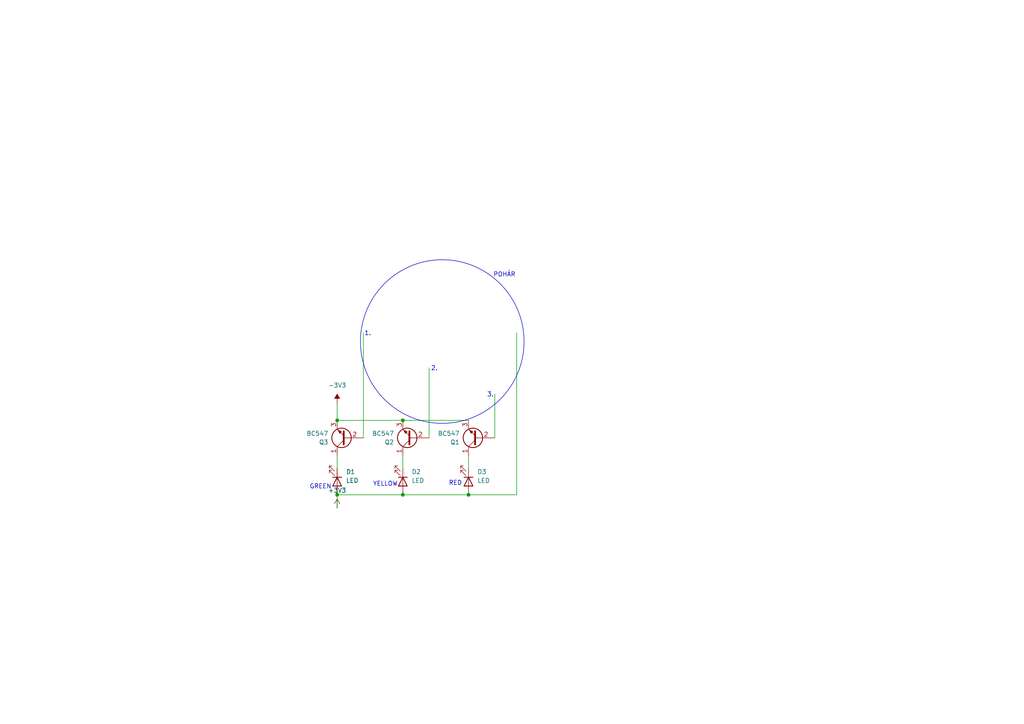
<source format=kicad_sch>
(kicad_sch (version 20231120) (generator "eeschema") (generator_version "8.0")
  (paper "A4")
  (lib_symbols
    (symbol "Device:LED" (pin_numbers hide) (pin_names (offset 1.016) hide)
      (property "Reference" "D" (at 0 2.54 0))
      (property "Value" "LED" (at 0 -2.54 0))
      (symbol "LED_0_1"
        (polyline (pts (xy -1.27 -1.27) (xy -1.27 1.27)) (stroke (width 0.254)))
        (polyline (pts (xy -1.27 0) (xy 1.27 0)))
        (polyline (pts (xy 1.27 -1.27) (xy 1.27 1.27) (xy -1.27 0) (xy 1.27 -1.27)) (stroke (width 0.254)))
        (polyline (pts (xy -3.048 -0.762) (xy -4.572 -2.286) (xy -3.81 -2.286) (xy -4.572 -2.286) (xy -4.572 -1.524)))
        (polyline (pts (xy -1.778 -0.762) (xy -3.302 -2.286) (xy -2.54 -2.286) (xy -3.302 -2.286) (xy -3.302 -1.524)))
      )
      (symbol "LED_1_1"
        (pin passive line (at -3.81 0 0) (length 2.54) (name "K") (number "1"))
        (pin passive line (at 3.81 0 180) (length 2.54) (name "A") (number "2"))
      )
    )
    (symbol "Transistor_BJT:BC547" (pin_names (offset 0) hide)
      (property "Reference" "Q" (at 5.08 1.905 0))
      (property "Value" "BC547" (at 5.08 0 0))
      (symbol "BC547_0_1"
        (polyline (pts (xy 0 0) (xy 0.635 0)))
        (polyline (pts (xy 0.635 0.635) (xy 2.54 2.54)))
        (polyline (pts (xy 0.635 -0.635) (xy 2.54 -2.54) (xy 2.54 -2.54)))
        (polyline (pts (xy 0.635 1.905) (xy 0.635 -1.905) (xy 0.635 -1.905)) (stroke (width 0.508)))
        (polyline (pts (xy 1.27 -1.778) (xy 1.778 -1.27) (xy 2.286 -2.286) (xy 1.27 -1.778) (xy 1.27 -1.778)) (fill (type outline)))
        (circle (center 1.27 0) (radius 2.8194) (stroke (width 0.254)))
      )
      (symbol "BC547_1_1"
        (pin passive line (at 2.54 5.08 270) (length 2.54) (name "C") (number "1"))
        (pin input line (at -5.08 0 0) (length 5.08) (name "B") (number "2"))
        (pin passive line (at 2.54 -5.08 90) (length 2.54) (name "E") (number "3"))
      )
    )
    (symbol "power:+3V3" (power) (pin_numbers hide) (pin_names (offset 0) hide)
      (property "Value" "+3V3" (at 0 3.556 0))
      (symbol "+3V3_0_1"
        (polyline (pts (xy -0.762 1.27) (xy 0 2.54)))
        (polyline (pts (xy 0 0) (xy 0 2.54)))
        (polyline (pts (xy 0 2.54) (xy 0.762 1.27)))
      )
      (symbol "+3V3_1_1"
        (pin power_in line (at 0 0 90) (length 0) (name "~") (number "1"))
      )
    )
    (symbol "power:-3V3" (power) (pin_numbers hide) (pin_names (offset 0) hide)
      (property "Value" "-3V3" (at 0 3.556 0))
      (symbol "-3V3_0_0"
        (pin power_in line (at 0 0 90) (length 0) (name "~") (number "1"))
      )
      (symbol "-3V3_0_1"
        (polyline (pts (xy 0 0) (xy 0 1.27) (xy 0.762 1.27) (xy 0 2.54) (xy -0.762 1.27) (xy 0 1.27)) (fill (type outline)))
      )
    )
  )
  (junction (at 135.89 143.51))
  (junction (at 97.79 143.51))
  (junction (at 116.84 121.92))
  (junction (at 97.79 121.92))
  (junction (at 116.84 143.51))
  (wire (pts (xy 124.46 106.68) (xy 124.46 127)))
  (wire (pts (xy 116.84 143.51) (xy 135.89 143.51)))
  (wire (pts (xy 135.89 143.51) (xy 149.86 143.51)))
  (wire (pts (xy 97.79 121.92) (xy 116.84 121.92)))
  (wire (pts (xy 97.79 143.51) (xy 97.79 147.32)))
  (wire (pts (xy 97.79 116.84) (xy 97.79 121.92)))
  (wire (pts (xy 135.89 132.08) (xy 135.89 135.89)))
  (wire (pts (xy 97.79 143.51) (xy 116.84 143.51)))
  (wire (pts (xy 105.41 96.52) (xy 105.41 127)))
  (wire (pts (xy 116.84 132.08) (xy 116.84 135.89)))
  (wire (pts (xy 149.86 96.52) (xy 149.86 143.51)))
  (wire (pts (xy 143.51 114.3) (xy 143.51 127)))
  (wire (pts (xy 116.84 121.92) (xy 135.89 121.92)))
  (wire (pts (xy 97.79 132.08) (xy 97.79 135.89)))
  (circle (center 128.27 99.06) (radius 23.7256))
  (text "2." (at 125.984 106.934 0) (effects (font (size 1.27 1.27))))
  (text "1." (at 106.68 96.774 0) (effects (font (size 1.27 1.27))))
  (text "RED" (at 132.08 140.208 0) (effects (font (size 1.27 1.27))))
  (text "3." (at 142.24 114.554 0) (effects (font (size 1.27 1.27))))
  (text "POHÁR" (at 146.304 79.756 0) (effects (font (size 1.27 1.27))))
  (text "YELLOW\n" (at 111.76 140.462 0) (effects (font (size 1.27 1.27))))
  (text "GREEN" (at 92.964 141.224 0) (effects (font (size 1.27 1.27))))
  (symbol (lib_id "power:+3V3") (at 97.79 147.32 0) (unit 1)
    (property "Reference" "#PWR01" (effects (hide yes)))
    (property "Value" "+3V3" (at 97.79 142.24 0))
    (property "Description" "Power symbol creates a global label with name \"+3V3\"" (effects (hide yes)))
  )
  (symbol (lib_id "Transistor_BJT:BC547") (at 119.38 127 180) (unit 1)
    (property "Reference" "Q2" (at 114.3 128.2701 0) (effects (justify left)))
    (property "Value" "BC547" (at 114.3 125.7301 0) (effects (justify left)))
    (property "Footprint" "Package_TO_SOT_THT:TO-92_Inline" (effects (hide yes)))
    (property "Datasheet" "https://www.onsemi.com/pub/Collateral/BC550-D.pdf" (effects (hide yes)))
    (property "Description" "0.1A Ic, 45V Vce, Small Signal NPN Transistor, TO-92" (effects (hide yes)))
  )
  (symbol (lib_id "Transistor_BJT:BC547") (at 138.43 127 180) (unit 1)
    (property "Reference" "Q1" (at 133.35 128.2701 0) (effects (justify left)))
    (property "Value" "BC547" (at 133.35 125.7301 0) (effects (justify left)))
    (property "Footprint" "Package_TO_SOT_THT:TO-92_Inline" (effects (hide yes)))
    (property "Datasheet" "https://www.onsemi.com/pub/Collateral/BC550-D.pdf" (effects (hide yes)))
    (property "Description" "0.1A Ic, 45V Vce, Small Signal NPN Transistor, TO-92" (effects (hide yes)))
  )
  (symbol (lib_id "Transistor_BJT:BC547") (at 100.33 127 180) (unit 1)
    (property "Reference" "Q3" (at 95.25 128.2701 0) (effects (justify left)))
    (property "Value" "BC547" (at 95.25 125.7301 0) (effects (justify left)))
    (property "Footprint" "Package_TO_SOT_THT:TO-92_Inline" (effects (hide yes)))
    (property "Datasheet" "https://www.onsemi.com/pub/Collateral/BC550-D.pdf" (effects (hide yes)))
    (property "Description" "0.1A Ic, 45V Vce, Small Signal NPN Transistor, TO-92" (effects (hide yes)))
  )
  (symbol (lib_id "power:-3V3") (at 97.79 116.84 0) (unit 1)
    (property "Reference" "#PWR02" (effects (hide yes)))
    (property "Value" "-3V3" (at 97.79 111.76 0))
    (property "Description" "Power symbol creates a global label with name \"-3V3\"" (effects (hide yes)))
  )
  (symbol (lib_id "Device:LED") (at 116.84 139.7 270) (unit 1)
    (property "Reference" "D2" (at 119.38 136.8424 90) (effects (justify left)))
    (property "Value" "LED" (at 119.38 139.3824 90) (effects (justify left)))
    (property "Description" "Light emitting diode" (effects (hide yes)))
  )
  (symbol (lib_id "Device:LED") (at 97.79 139.7 270) (unit 1)
    (property "Reference" "D1" (at 100.33 136.8424 90) (effects (justify left)))
    (property "Value" "LED" (at 100.33 139.3824 90) (effects (justify left)))
    (property "Description" "Light emitting diode" (effects (hide yes)))
  )
  (symbol (lib_id "Device:LED") (at 135.89 139.7 270) (unit 1)
    (property "Reference" "D3" (at 138.43 136.8424 90) (effects (justify left)))
    (property "Value" "LED" (at 138.43 139.3824 90) (effects (justify left)))
    (property "Description" "Light emitting diode" (effects (hide yes)))
  )
)
</source>
